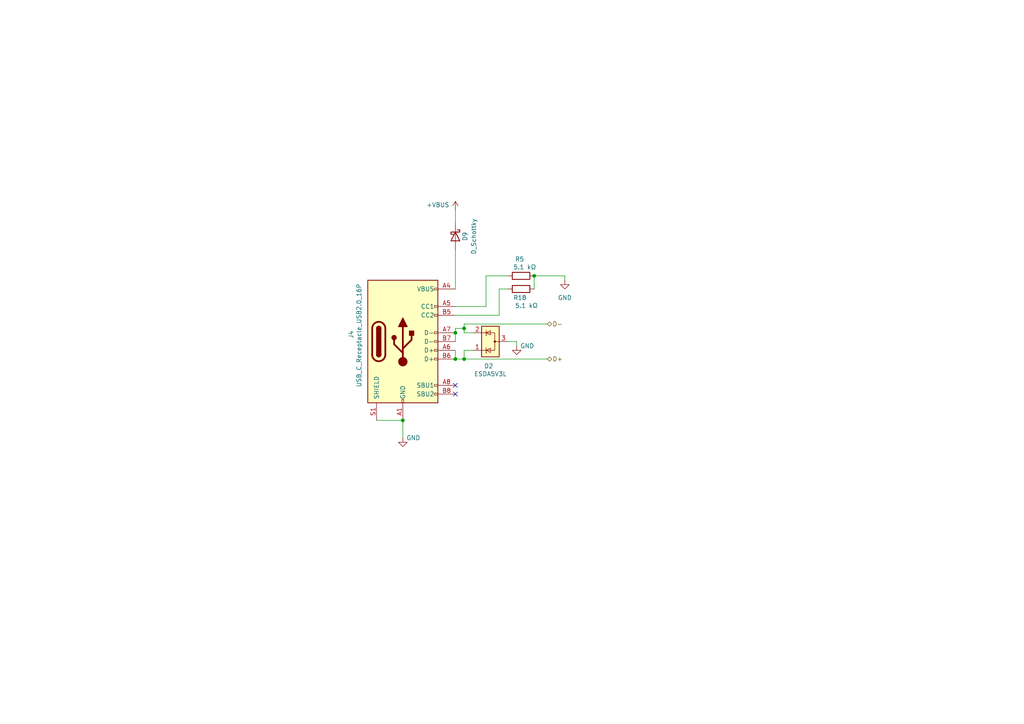
<source format=kicad_sch>
(kicad_sch (version 20250114) (generator "eeschema") (generator_version "9.0")
  (paper "A4")
  (lib_symbols
    (symbol "Connector:USB_C_Receptacle_USB2.0_16P" (pin_names (offset 1.016))
      (property "Reference" "J" (at 0 22.225 0))
      (property "Value" "USB_C_Receptacle_USB2.0_16P" (at 0 19.685 0))
      (symbol "USB_C_Receptacle_USB2.0_16P_0_0"
        (rectangle (start -0.254 -17.78) (end 0.254 -16.764))
        (rectangle (start 10.16 15.494) (end 9.144 14.986))
        (rectangle (start 10.16 10.414) (end 9.144 9.906))
        (rectangle (start 10.16 7.874) (end 9.144 7.366))
        (rectangle (start 10.16 2.794) (end 9.144 2.286))
        (rectangle (start 10.16 0.254) (end 9.144 -0.254))
        (rectangle (start 10.16 -2.286) (end 9.144 -2.794))
        (rectangle (start 10.16 -4.826) (end 9.144 -5.334))
        (rectangle (start 10.16 -12.446) (end 9.144 -12.954))
        (rectangle (start 10.16 -14.986) (end 9.144 -15.494))
      )
      (symbol "USB_C_Receptacle_USB2.0_16P_0_1"
        (rectangle (start -10.16 17.78) (end 10.16 -17.78) (stroke (width 0.254)) (fill (type background)))
        (polyline (pts (xy -8.89 -3.81) (xy -8.89 3.81)) (stroke (width 0.508)))
        (rectangle (start -7.62 -3.81) (end -6.35 3.81) (stroke (width 0.254)) (fill (type outline)))
        (arc (start -7.62 3.81) (mid -6.985 4.4423) (end -6.35 3.81) (stroke (width 0.254)))
        (arc (start -7.62 3.81) (mid -6.985 4.4423) (end -6.35 3.81) (stroke (width 0.254)) (fill (type outline)))
        (arc (start -8.89 3.81) (mid -6.985 5.7067) (end -5.08 3.81) (stroke (width 0.508)))
        (arc (start -5.08 -3.81) (mid -6.985 -5.7067) (end -8.89 -3.81) (stroke (width 0.508)))
        (arc (start -6.35 -3.81) (mid -6.985 -4.4423) (end -7.62 -3.81) (stroke (width 0.254)))
        (arc (start -6.35 -3.81) (mid -6.985 -4.4423) (end -7.62 -3.81) (stroke (width 0.254)) (fill (type outline)))
        (polyline (pts (xy -5.08 3.81) (xy -5.08 -3.81)) (stroke (width 0.508)))
        (circle (center -2.54 1.143) (radius 0.635) (stroke (width 0.254)) (fill (type outline)))
        (polyline (pts (xy -1.27 4.318) (xy 0 6.858) (xy 1.27 4.318) (xy -1.27 4.318)) (stroke (width 0.254)) (fill (type outline)))
        (polyline (pts (xy 0 -2.032) (xy 2.54 0.508) (xy 2.54 1.778)) (stroke (width 0.508)))
        (polyline (pts (xy 0 -3.302) (xy -2.54 -0.762) (xy -2.54 0.508)) (stroke (width 0.508)))
        (polyline (pts (xy 0 -5.842) (xy 0 4.318)) (stroke (width 0.508)))
        (circle (center 0 -5.842) (radius 1.27) (fill (type outline)))
        (rectangle (start 1.905 1.778) (end 3.175 3.048) (stroke (width 0.254)) (fill (type outline)))
      )
      (symbol "USB_C_Receptacle_USB2.0_16P_1_1"
        (pin passive line (at -7.62 -22.86 90) (length 5.08) (name "SHIELD") (number "S1"))
        (pin passive line (at 0 -22.86 90) (length 5.08) (name "GND") (number "A1"))
        (pin passive line (at 0 -22.86 90) (length 5.08) (hide yes) (name "GND") (number "A12"))
        (pin passive line (at 0 -22.86 90) (length 5.08) (hide yes) (name "GND") (number "B1"))
        (pin passive line (at 0 -22.86 90) (length 5.08) (hide yes) (name "GND") (number "B12"))
        (pin passive line (at 15.24 15.24 180) (length 5.08) (name "VBUS") (number "A4"))
        (pin passive line (at 15.24 15.24 180) (length 5.08) (hide yes) (name "VBUS") (number "A9"))
        (pin passive line (at 15.24 15.24 180) (length 5.08) (hide yes) (name "VBUS") (number "B4"))
        (pin passive line (at 15.24 15.24 180) (length 5.08) (hide yes) (name "VBUS") (number "B9"))
        (pin bidirectional line (at 15.24 10.16 180) (length 5.08) (name "CC1") (number "A5"))
        (pin bidirectional line (at 15.24 7.62 180) (length 5.08) (name "CC2") (number "B5"))
        (pin bidirectional line (at 15.24 2.54 180) (length 5.08) (name "D-") (number "A7"))
        (pin bidirectional line (at 15.24 0 180) (length 5.08) (name "D-") (number "B7"))
        (pin bidirectional line (at 15.24 -2.54 180) (length 5.08) (name "D+") (number "A6"))
        (pin bidirectional line (at 15.24 -5.08 180) (length 5.08) (name "D+") (number "B6"))
        (pin bidirectional line (at 15.24 -12.7 180) (length 5.08) (name "SBU1") (number "A8"))
        (pin bidirectional line (at 15.24 -15.24 180) (length 5.08) (name "SBU2") (number "B8"))
      )
    )
    (symbol "Device:D_Schottky" (pin_numbers (hide yes)) (pin_names (offset 1.016) (hide yes))
      (property "Reference" "D" (at 0 2.54 0))
      (property "Value" "D_Schottky" (at 0 -2.54 0))
      (symbol "D_Schottky_0_1"
        (polyline (pts (xy -1.905 0.635) (xy -1.905 1.27) (xy -1.27 1.27) (xy -1.27 -1.27) (xy -0.635 -1.27) (xy -0.635 -0.635)) (stroke (width 0.254)))
        (polyline (pts (xy 1.27 1.27) (xy 1.27 -1.27) (xy -1.27 0) (xy 1.27 1.27)) (stroke (width 0.254)))
        (polyline (pts (xy 1.27 0) (xy -1.27 0)))
      )
      (symbol "D_Schottky_1_1"
        (pin passive line (at -3.81 0 0) (length 2.54) (name "K") (number "1"))
        (pin passive line (at 3.81 0 180) (length 2.54) (name "A") (number "2"))
      )
    )
    (symbol "Device:R" (pin_numbers (hide yes)) (pin_names (offset 0))
      (property "Reference" "R" (at 2.032 0 90))
      (property "Value" "R" (at 0 0 90))
      (symbol "R_0_1"
        (rectangle (start -1.016 -2.54) (end 1.016 2.54) (stroke (width 0.254)))
      )
      (symbol "R_1_1"
        (pin passive line (at 0 3.81 270) (length 1.27) (name "~") (number "1"))
        (pin passive line (at 0 -3.81 90) (length 1.27) (name "~") (number "2"))
      )
    )
    (symbol "Power_Protection:ESDA5V3L" (pin_names (hide yes))
      (property "Reference" "D" (at 5.715 2.54 0))
      (property "Value" "ESDA5V3L" (at 5.715 0.635 0))
      (symbol "ESDA5V3L_0_0"
        (pin passive line (at 0 -5.08 90) (length 2.54) (name "A") (number "3"))
      )
      (symbol "ESDA5V3L_0_1"
        (rectangle (start -4.445 2.54) (end 4.445 -2.54) (stroke (width 0.254)) (fill (type background)))
        (polyline (pts (xy -3.302 1.016) (xy -3.302 1.27) (xy -1.905 1.27) (xy -1.778 1.27)))
        (polyline (pts (xy -2.54 2.54) (xy -2.54 1.27)))
        (polyline (pts (xy -2.54 1.27) (xy -2.54 -1.27) (xy 2.54 -1.27) (xy 2.54 1.27)))
        (polyline (pts (xy -2.54 1.27) (xy -1.905 0) (xy -3.175 0) (xy -2.54 1.27)))
        (polyline (pts (xy 0 -1.27) (xy 0 -2.54)))
        (circle (center 0 -1.27) (radius 0.254) (fill (type outline)))
        (polyline (pts (xy 1.778 1.016) (xy 1.778 1.27) (xy 3.175 1.27) (xy 3.302 1.27)))
        (polyline (pts (xy 2.54 2.54) (xy 2.54 1.27)))
        (polyline (pts (xy 2.54 1.27) (xy 1.905 0) (xy 3.175 0) (xy 2.54 1.27)))
      )
      (symbol "ESDA5V3L_1_1"
        (pin passive line (at -2.54 5.08 270) (length 2.54) (name "K") (number "1"))
        (pin passive line (at 2.54 5.08 270) (length 2.54) (name "K") (number "2"))
      )
    )
    (symbol "power:+5V" (power) (pin_numbers (hide yes)) (pin_names (offset 0) (hide yes))
      (property "Value" "+5V" (at 0 3.556 0))
      (symbol "+5V_0_1"
        (polyline (pts (xy -0.762 1.27) (xy 0 2.54)))
        (polyline (pts (xy 0 2.54) (xy 0.762 1.27)))
        (polyline (pts (xy 0 0) (xy 0 2.54)))
      )
      (symbol "+5V_1_1"
        (pin power_in line (at 0 0 90) (length 0) (name "~") (number "1"))
      )
    )
    (symbol "power:GND" (power) (pin_numbers (hide yes)) (pin_names (offset 0) (hide yes))
      (property "Value" "GND" (at 0 -3.81 0))
      (symbol "GND_0_1"
        (polyline (pts (xy 0 0) (xy 0 -1.27) (xy 1.27 -1.27) (xy 0 -2.54) (xy -1.27 -1.27) (xy 0 -1.27)))
      )
      (symbol "GND_1_1"
        (pin power_in line (at 0 0 270) (length 0) (name "~") (number "1"))
      )
    )
  )
  (junction (at 134.62 95.25))
  (junction (at 132.08 104.14))
  (junction (at 154.94 80.01))
  (junction (at 132.08 96.52))
  (junction (at 134.62 104.14))
  (junction (at 116.84 121.92))
  (no_connect (at 132.08 111.76))
  (no_connect (at 132.08 114.3))
  (wire (pts (xy 144.78 91.44) (xy 144.78 83.82)))
  (wire (pts (xy 147.32 99.06) (xy 149.86 99.06)))
  (wire (pts (xy 134.62 104.14) (xy 158.75 104.14)))
  (wire (pts (xy 134.62 101.6) (xy 134.62 104.14)))
  (wire (pts (xy 154.94 80.01) (xy 163.83 80.01)))
  (wire (pts (xy 134.62 93.98) (xy 158.75 93.98)))
  (wire (pts (xy 132.08 96.52) (xy 132.08 95.25)))
  (wire (pts (xy 132.08 101.6) (xy 132.08 104.14)))
  (wire (pts (xy 109.22 121.92) (xy 116.84 121.92)))
  (wire (pts (xy 132.08 72.39) (xy 132.08 83.82)))
  (wire (pts (xy 154.94 83.82) (xy 154.94 80.01)))
  (wire (pts (xy 144.78 83.82) (xy 147.32 83.82)))
  (wire (pts (xy 140.97 88.9) (xy 140.97 80.01)))
  (wire (pts (xy 132.08 88.9) (xy 140.97 88.9)))
  (wire (pts (xy 132.08 104.14) (xy 134.62 104.14)))
  (wire (pts (xy 134.62 96.52) (xy 134.62 95.25)))
  (wire (pts (xy 163.83 80.01) (xy 163.83 81.28)))
  (wire (pts (xy 134.62 95.25) (xy 134.62 93.98)))
  (wire (pts (xy 132.08 95.25) (xy 134.62 95.25)))
  (wire (pts (xy 132.08 64.77) (xy 132.08 60.96)))
  (wire (pts (xy 137.16 101.6) (xy 134.62 101.6)))
  (wire (pts (xy 140.97 80.01) (xy 147.32 80.01)))
  (wire (pts (xy 132.08 99.06) (xy 132.08 96.52)))
  (wire (pts (xy 149.86 99.06) (xy 149.86 100.33)))
  (wire (pts (xy 132.08 91.44) (xy 144.78 91.44)))
  (wire (pts (xy 137.16 96.52) (xy 134.62 96.52)))
  (wire (pts (xy 116.84 121.92) (xy 116.84 127)))
  (hierarchical_label "D+" (shape bidirectional) (at 158.75 104.14 0))
  (hierarchical_label "D-" (shape bidirectional) (at 158.75 93.98 0))
  (symbol (lib_id "power:+5V") (at 132.08 60.96 0) (unit 1)
    (property "Reference" "#PWR017" (effects (hide yes)))
    (property "Value" "+VBUS" (at 127 59.436 0))
    (property "Description" "Power symbol creates a global label with name \"+5V\"" (effects (hide yes)))
  )
  (symbol (lib_id "Device:D_Schottky") (at 132.08 68.58 270) (unit 1)
    (property "Reference" "D9" (at 134.874 68.58 0))
    (property "Value" "D_Schottky" (at 137.414 68.58 0))
    (property "Footprint" "Diode_SMD:D_0805_2012Metric_Pad1.15x1.40mm_HandSolder" (effects (hide yes)))
    (property "Description" "Schottky diode" (effects (hide yes)))
  )
  (symbol (lib_id "power:GND") (at 163.83 81.28 0) (unit 1)
    (property "Reference" "#PWR020" (effects (hide yes)))
    (property "Value" "GND" (at 163.83 86.36 0))
    (property "Description" "Power symbol creates a global label with name \"GND\" , ground" (effects (hide yes)))
  )
  (symbol (lib_id "power:GND") (at 149.86 100.33 0) (unit 1)
    (property "Reference" "#PWR018" (effects (hide yes)))
    (property "Value" "GND" (at 152.908 100.33 0))
    (property "Description" "Power symbol creates a global label with name \"GND\" , ground" (effects (hide yes)))
  )
  (symbol (lib_id "Power_Protection:ESDA5V3L") (at 142.24 99.06 90) (unit 1)
    (property "Reference" "D2" (at 141.732 106.172 90))
    (property "Value" "ESDA5V3L" (at 142.24 108.458 90))
    (property "Footprint" "Package_TO_SOT_SMD:SOT-23-3" (effects (hide yes)))
    (property "Datasheet" "https://www.st.com/resource/en/datasheet/esdal.pdf" (effects (hide yes)))
    (property "Description" "TVS Diode Array, 5.5V Standoff, 2 Channels, SOT23" (effects (hide yes)))
  )
  (symbol (lib_id "Device:R") (at 151.13 83.82 270) (mirror x) (unit 1)
    (property "Reference" "R18" (at 148.844 86.3599 90) (effects (justify left)))
    (property "Value" "5.1 kΩ" (at 149.352 88.646 90) (effects (justify left)))
    (property "Footprint" "Resistor_SMD:R_0603_1608Metric_Pad0.98x0.95mm_HandSolder" (effects (hide yes)))
    (property "Description" "Resistor" (effects (hide yes)))
  )
  (symbol (lib_id "power:GND") (at 116.84 127 0) (unit 1)
    (property "Reference" "#PWR016" (effects (hide yes)))
    (property "Value" "GND" (at 119.888 127 0))
    (property "Description" "Power symbol creates a global label with name \"GND\" , ground" (effects (hide yes)))
  )
  (symbol (lib_id "Connector:USB_C_Receptacle_USB2.0_16P") (at 116.84 99.06 0) (unit 1)
    (property "Reference" "J4" (at 101.854 97.028 90))
    (property "Value" "USB_C_Receptacle_USB2.0_16P" (at 104.14 97.282 90))
    (property "Footprint" "Connector_USB:USB_C_Receptacle_GCT_USB4105-xx-A_16P_TopMnt_Horizontal" (effects (hide yes)))
    (property "Datasheet" "https://www.usb.org/sites/default/files/documents/usb_type-c.zip" (effects (hide yes)))
    (property "Description" "USB 2.0-only 16P Type-C Receptacle connector" (effects (hide yes)))
  )
  (symbol (lib_id "Device:R") (at 151.13 80.01 270) (unit 1)
    (property "Reference" "R5" (at 149.3519 75.184 90) (effects (justify left)))
    (property "Value" "5.1 kΩ" (at 148.8439 77.4701 90) (effects (justify left)))
    (property "Footprint" "Resistor_SMD:R_0603_1608Metric_Pad0.98x0.95mm_HandSolder" (effects (hide yes)))
    (property "Description" "Resistor" (effects (hide yes)))
  )
)
</source>
